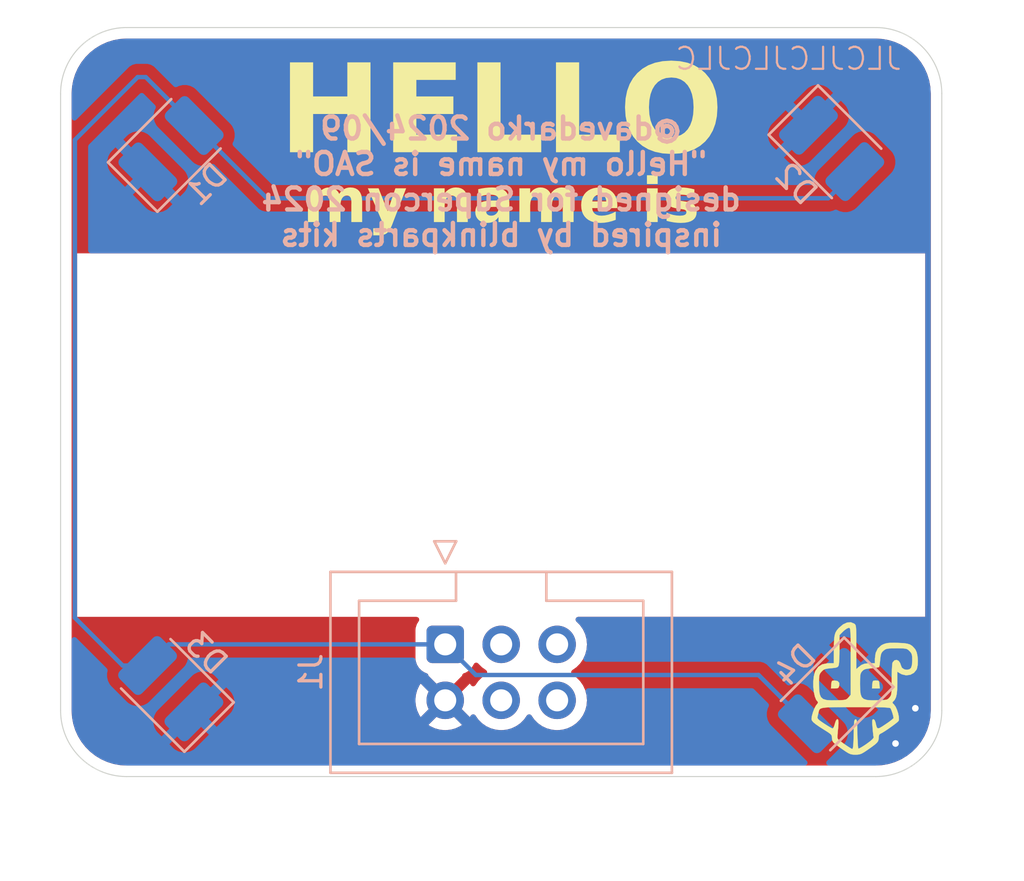
<source format=kicad_pcb>
(kicad_pcb (version 20240108) (generator "pcbnew") (generator_version "8.0")
  (layers (0 "F.Cu" signal) (31 "B.Cu" signal) (34 "B.Paste" user) (35 "F.Paste" user) (36 "B.SilkS" user "B.Silkscreen") (37 "F.SilkS" user "F.Silkscreen") (38 "B.Mask" user) (39 "F.Mask" user) (44 "Edge.Cuts" user))
  (net 0 "")
  (net 5 "VCC")
  (net 6 "GND")
  (footprint "davedarko:davedarko_logo_silk_outline" (layer "F.Cu") (at 36.5 30)
    (property "Reference" "Ref**" (hide yes))
    (property "Value" "Val**" (hide yes))
    (fp_poly (pts (xy 0.601261 -0.354649) (xy 0.646236 -0.323337) (xy 0.664104 -0.242256) (xy 0.669184 -0.179917) (xy 0.682201 0) (xy 0.333798 0) (xy 0.346816 -0.179917) (xy 0.359246 -0.292707) (xy 0.388785 -0.344569) (xy 0.456612 -0.359142) (xy 0.508 -0.359833) (xy 0.601261 -0.354649)) (stroke (width 0.01)) (fill solid) (layer "F.SilkS"))
    (fp_poly (pts (xy -1.225178 -0.332348) (xy -1.156659 -0.252074) (xy -1.156377 -0.122284) (xy -1.15874 -0.112386) (xy -1.188279 -0.039258) (xy -1.246032 -0.007096) (xy -1.357907 0) (xy -1.528868 0) (xy -1.515851 -0.179917) (xy -1.5033 -0.292747) (xy -1.473815 -0.344621) (xy -1.40683 -0.359168) (xy -1.359281 -0.359833) (xy -1.225178 -0.332348)) (stroke (width 0.01)) (fill solid) (layer "F.SilkS"))
    (fp_poly (pts (xy -0.475086 -2.939766) (xy -0.445363 -2.916631) (xy -0.422667 -2.88707) (xy -0.406052 -2.840351) (xy -0.394569 -2.765739) (xy -0.387271 -2.652501) (xy -0.38321 -2.489903) (xy -0.381439 -2.267211) (xy -0.381009 -1.973692) (xy -0.381 -1.874054) (xy -0.381 -0.874242) (xy -0.28575 -0.960997) (xy -0.145494 -1.067104) (xy 0.001808 -1.123629) (xy 0.190337 -1.142633) (xy 0.23005 -1.143) (xy 0.465667 -1.143) (xy 0.465667 -1.356353) (xy 0.498547 -1.609061) (xy 0.595652 -1.810391) (xy 0.754683 -1.956317) (xy 0.831739 -1.996788) (xy 0.931201 -2.034914) (xy 1.035305 -2.058471) (xy 1.165749 -2.069737) (xy 1.344234 -2.070991) (xy 1.503448 -2.067306) (xy 1.746902 -2.055877) (xy 1.924691 -2.03342) (xy 2.055732 -1.992724) (xy 2.158939 -1.926575) (xy 2.253228 -1.827761) (xy 2.304367 -1.761943) (xy 2.361332 -1.636446) (xy 2.398118 -1.457813) (xy 2.413149 -1.255507) (xy 2.404846 -1.05899) (xy 2.371634 -0.897724) (xy 2.352992 -0.853419) (xy 2.234215 -0.708194) (xy 2.070257 -0.620883) (xy 1.882064 -0.596524) (xy 1.690582 -0.64016) (xy 1.61925 -0.67687) (xy 1.481667 -0.760756) (xy 1.481667 -0.252018) (xy 1.475347 0.035964) (xy 1.454557 0.25275) (xy 1.416544 0.410994) (xy 1.358558 0.523353) (xy 1.29959 0.585718) (xy 1.259512 0.630769) (xy 1.274614 0.676049) (xy 1.333557 0.733885) (xy 1.402547 0.82818) (xy 1.46647 0.969736) (xy 1.518061 1.132461) (xy 1.550055 1.290265) (xy 1.555188 1.417058) (xy 1.539303 1.47277) (xy 1.485455 1.526718) (xy 1.378891 1.612487) (xy 1.238537 1.716776) (xy 1.083319 1.826284) (xy 0.932161 1.927709) (xy 0.80399 2.007751) (xy 0.717731 2.053109) (xy 0.709083 2.056259) (xy 0.654904 2.104812) (xy 0.635364 2.214256) (xy 0.635 2.23914) (xy 0.629878 2.321185) (xy 0.607386 2.391534) (xy 0.556833 2.461829) (xy 0.467528 2.543715) (xy 0.328781 2.648834) (xy 0.130944 2.788106) (xy -0.026076 2.893794) (xy -0.140584 2.958454) (xy -0.2377 2.991994) (xy -0.342543 3.004325) (xy -0.420514 3.005667) (xy -0.538351 3.001763) (xy -0.634427 2.983701) (xy -0.732197 2.941956) (xy -0.855121 2.867001) (xy -0.991631 2.773732) (xy -1.185839 2.637081) (xy -1.320675 2.536109) (xy -1.406996 2.459206) (xy -1.455661 2.394761) (xy -1.477526 2.331165) (xy -1.483451 2.256809) (xy -1.483593 2.247689) (xy -1.488945 2.173968) (xy -1.51198 2.115441) (xy -1.566433 2.057582) (xy -1.666041 1.985864) (xy -1.824539 1.885761) (xy -1.827654 1.883833) (xy -2.060021 1.736221) (xy -2.226072 1.620616) (xy -2.334469 1.5297) (xy -2.393874 1.456151) (xy -2.412949 1.39265) (xy -2.413 1.389169) (xy -2.405966 1.335566) (xy -2.144521 1.335566) (xy -2.117813 1.387107) (xy -2.049135 1.450543) (xy -1.926429 1.538244) (xy -1.831941 1.601046) (xy -1.681921 1.696492) (xy -1.556096 1.770927) (xy -1.4726 1.813895) (xy -1.451685 1.820333) (xy -1.41651 1.782866) (xy -1.376731 1.686913) (xy -1.354667 1.608667) (xy -1.311542 1.475189) (xy -1.264092 1.404383) (xy -1.244611 1.397) (xy -1.210653 1.414362) (xy -1.192425 1.473715) (xy -1.189477 1.585957) (xy -1.201361 1.761989) (xy -1.221498 1.958334) (xy -1.234037 2.10886) (xy -1.236163 2.226849) (xy -1.227605 2.2861) (xy -1.178122 2.334936) (xy -1.079667 2.412924) (xy -0.952385 2.506022) (xy -0.816421 2.600189) (xy -0.691919 2.681384) (xy -0.599027 2.735565) (xy -0.561992 2.750036) (xy -0.540569 2.726224) (xy -0.524146 2.647911) (xy -0.511956 2.507063) (xy -0.503232 2.295647) (xy -0.498492 2.085453) (xy -0.49307 1.831217) (xy -0.48614 1.649514) (xy -0.476238 1.528207) (xy -0.461903 1.455162) (xy -0.441672 1.418245) (xy -0.416594 1.405756) (xy -0.389608 1.408584) (xy -0.369856 1.436875) (xy -0.355782 1.50241) (xy -0.345832 1.616973) (xy -0.33845 1.792347) (xy -0.332083 2.040316) (xy -0.331928 2.047352) (xy -0.325152 2.274872) (xy -0.315944 2.471932) (xy -0.30528 2.623256) (xy -0.294137 2.713567) (xy -0.288179 2.731676) (xy -0.243534 2.721293) (xy -0.146824 2.669815) (xy -0.014115 2.586409) (xy 0.083813 2.519435) (xy 0.257136 2.391098) (xy 0.362403 2.297245) (xy 0.405887 2.231816) (xy 0.406428 2.207891) (xy 0.394147 2.13537) (xy 0.378745 2.002596) (xy 0.362912 1.833783) (xy 0.357513 1.767417) (xy 0.345433 1.58765) (xy 0.344371 1.476514) (xy 0.355845 1.418503) (xy 0.381374 1.398116) (xy 0.393796 1.397) (xy 0.449939 1.435782) (xy 0.488863 1.534583) (xy 0.522895 1.686404) (xy 0.555523 1.778881) (xy 0.601591 1.814887) (xy 0.675947 1.797301) (xy 0.793434 1.728997) (xy 0.951748 1.624256) (xy 1.102351 1.520201) (xy 1.222093 1.430181) (xy 1.29596 1.36592) (xy 1.312333 1.34264) (xy 1.298528 1.258552) (xy 1.264773 1.13525) (xy 1.222557 1.0092) (xy 1.18337 0.916868) (xy 1.172738 0.899583) (xy 1.141991 0.884948) (xy 1.069748 0.87305) (xy 0.949448 0.863669) (xy 0.774531 0.856583) (xy 0.538439 0.851571) (xy 0.234611 0.848414) (xy -0.143512 0.846889) (xy -0.399259 0.846667) (xy -0.814844 0.846822) (xy -1.153849 0.847995) (xy -1.42436 0.851249) (xy -1.634463 0.857647) (xy -1.792245 0.868252) (xy -1.905792 0.884125) (xy -1.98319 0.906329) (xy -2.032526 0.935927) (xy -2.061886 0.973982) (xy -2.079356 1.021556) (xy -2.090594 1.068917) (xy -2.120049 1.196027) (xy -2.141312 1.283546) (xy -2.144521 1.335566) (xy -2.405966 1.335566) (xy -2.394963 1.251718) (xy -2.348485 1.08382) (xy -2.285019 0.917354) (xy -2.216018 0.784198) (xy -2.177876 0.734694) (xy -2.118782 0.656718) (xy -2.122806 0.610069) (xy -2.123808 0.60942) (xy -2.201355 0.518219) (xy -2.262455 0.362718) (xy -2.305635 0.161946) (xy -2.329422 -0.065066) (xy -2.331277 -0.213755) (xy -2.074333 -0.213755) (xy -2.068176 0.058577) (xy -2.042294 0.257951) (xy -1.985573 0.395159) (xy -1.886897 0.480993) (xy -1.735152 0.526243) (xy -1.519223 0.541702) (xy -1.297999 0.539995) (xy -1.094849 0.534202) (xy -0.958032 0.525441) (xy -0.869224 0.509479) (xy -0.810101 0.482083) (xy -0.762339 0.439017) (xy -0.737082 0.410389) (xy -0.635 0.291612) (xy -0.635 -0.197559) (xy -0.211667 -0.197559) (xy -0.206612 0.06789) (xy -0.18395 0.262121) (xy -0.132434 0.395802) (xy -0.040818 0.479603) (xy 0.102146 0.524193) (xy 0.307704 0.540242) (xy 0.564668 0.538908) (xy 0.767767 0.533612) (xy 0.904525 0.525216) (xy 0.99326 0.509524) (xy 1.052289 0.482338) (xy 1.099932 0.439461) (xy 1.125585 0.410389) (xy 1.163319 0.363082) (xy 1.190387 0.313309) (xy 1.208559 0.246899) (xy 1.219604 0.149682) (xy 1.225289 0.007489) (xy 1.227385 -0.193851) (xy 1.227667 -0.407311) (xy 1.23008 -0.647067) (xy 1.236751 -0.861021) (xy 1.246827 -1.033105) (xy 1.259457 -1.147253) (xy 1.268824 -1.183136) (xy 1.352004 -1.274289) (xy 1.450582 -1.294174) (xy 1.544748 -1.248519) (xy 1.614689 -1.143055) (xy 1.632938 -1.077839) (xy 1.689821 -0.938) (xy 1.799227 -0.863118) (xy 1.92036 -0.846667) (xy 2.032978 -0.866917) (xy 2.106152 -0.935105) (xy 2.146078 -1.062384) (xy 2.158952 -1.25991) (xy 2.159 -1.27628) (xy 2.155761 -1.437695) (xy 2.140649 -1.542021) (xy 2.105569 -1.616753) (xy 2.042426 -1.689383) (xy 2.035256 -1.69659) (xy 1.977954 -1.750721) (xy 1.923077 -1.786195) (xy 1.851856 -1.806953) (xy 1.745522 -1.816936) (xy 1.585302 -1.820085) (xy 1.445838 -1.820333) (xy 1.238453 -1.818985) (xy 1.096621 -1.812685) (xy 1.001243 -1.798054) (xy 0.933218 -1.771712) (xy 0.873447 -1.730278) (xy 0.85613 -1.715967) (xy 0.788764 -1.649636) (xy 0.747092 -1.573838) (xy 0.721479 -1.462782) (xy 0.703925 -1.308479) (xy 0.687584 -1.155263) (xy 0.671017 -1.03651) (xy 0.657614 -0.976236) (xy 0.656791 -0.974677) (xy 0.608474 -0.956957) (xy 0.497492 -0.937612) (xy 0.345686 -0.920257) (xy 0.308331 -0.917012) (xy 0.133097 -0.898997) (xy 0.019143 -0.874973) (xy -0.056905 -0.837471) (xy -0.116417 -0.78132) (xy -0.158331 -0.726225) (xy -0.185822 -0.663139) (xy -0.201877 -0.573756) (xy -0.209484 -0.439768) (xy -0.21163 -0.242867) (xy -0.211667 -0.197559) (xy -0.635 -0.197559) (xy -0.635 -1.230027) (xy -0.63508 -1.628653) (xy -0.635641 -1.950765) (xy -0.637162 -2.204518) (xy -0.640125 -2.398064) (xy -0.645009 -2.539556) (xy -0.652295 -2.637149) (xy -0.662464 -2.698995) (xy -0.675995 -2.733249) (xy -0.693369 -2.748062) (xy -0.715066 -2.75159) (xy -0.724647 -2.751667) (xy -0.803767 -2.722989) (xy -0.909835 -2.649438) (xy -0.978647 -2.587314) (xy -1.143 -2.422961) (xy -1.143 -1.785736) (xy -1.145519 -1.553938) (xy -1.152448 -1.34547) (xy -1.162848 -1.178227) (xy -1.175778 -1.070104) (xy -1.18184 -1.046356) (xy -1.210781 -0.992473) (xy -1.260699 -0.958527) (xy -1.351889 -0.937087) (xy -1.504644 -0.920725) (xy -1.53109 -0.9185) (xy -1.698488 -0.901042) (xy -1.80741 -0.876327) (xy -1.884014 -0.834841) (xy -1.95446 -0.767066) (xy -1.957917 -0.763232) (xy -2.011388 -0.698625) (xy -2.045366 -0.634946) (xy -2.06425 -0.55144) (xy -2.072436 -0.427352) (xy -2.074322 -0.241926) (xy -2.074333 -0.213755) (xy -2.331277 -0.213755) (xy -2.332345 -0.299287) (xy -2.312929 -0.521687) (xy -2.269704 -0.713236) (xy -2.233083 -0.802815) (xy -2.102551 -0.981326) (xy -1.92551 -1.09279) (xy -1.69589 -1.140573) (xy -1.619911 -1.143) (xy -1.397 -1.143) (xy -1.397 -1.754078) (xy -1.39451 -2.033696) (xy -1.384655 -2.244499) (xy -1.363856 -2.402255) (xy -1.328534 -2.52273) (xy -1.275111 -2.621692) (xy -1.200007 -2.714908) (xy -1.172154 -2.744695) (xy -0.982941 -2.905032) (xy -0.796668 -2.991133) (xy -0.621151 -3.000809) (xy -0.475086 -2.939766)) (stroke (width 0.01)) (fill solid) (layer "F.SilkS"))
  )
  (footprint "LED_SMD:LED_1210_3225Metric_Pad1.42x2.65mm_HandSolder" (layer "B.Cu") (at 5.0125 5.5 45)
    (property "Reference" "D1" (at 0 2.279999 45) (layer "B.SilkS") (effects (justify mirror)))
    (property "Value" "LED")
    (fp_line (start -2.46 -1.585) (end -2.46 1.585) (stroke (width 0.12)) (layer "B.SilkS"))
    (fp_line (start -2.46 1.585) (end 1.6 1.585) (stroke (width 0.12)) (layer "B.SilkS"))
    (fp_line (start 1.6 -1.585) (end -2.46 -1.585) (stroke (width 0.12)) (layer "B.SilkS"))
    (pad "1" smd roundrect (at -1.4875 0 45) (size 1.425 2.65) (layers "B.Cu" "B.Paste" "B.Mask") (roundrect_rratio 0.175439) (net 6 "GND"))
    (pad "2" smd roundrect (at 1.4875 0 45) (size 1.425 2.65) (layers "B.Cu" "B.Paste" "B.Mask") (roundrect_rratio 0.175439) (net 5 "VCC"))
  )
  (footprint "LED_SMD:LED_1210_3225Metric_Pad1.42x2.65mm_HandSolder" (layer "B.Cu") (at 35 5.4875 -45)
    (property "Reference" "D2" (at 0 2.279999 135) (layer "B.SilkS") (effects (justify mirror)))
    (property "Value" "LED")
    (fp_line (start -2.46 1.585) (end 1.6 1.585) (stroke (width 0.12)) (layer "B.SilkS"))
    (fp_line (start -2.46 -1.585) (end -2.46 1.585) (stroke (width 0.12)) (layer "B.SilkS"))
    (fp_line (start 1.6 -1.585) (end -2.46 -1.585) (stroke (width 0.12)) (layer "B.SilkS"))
    (pad "1" smd roundrect (at -1.4875 0 315) (size 1.425 2.65) (layers "B.Cu" "B.Paste" "B.Mask") (roundrect_rratio 0.175439) (net 6 "GND"))
    (pad "2" smd roundrect (at 1.4875 0 315) (size 1.425 2.65) (layers "B.Cu" "B.Paste" "B.Mask") (roundrect_rratio 0.175439) (net 5 "VCC"))
  )
  (footprint "LED_SMD:LED_1210_3225Metric_Pad1.42x2.65mm_HandSolder" (layer "B.Cu") (at 5 30.0125 135)
    (property "Reference" "D3" (at 0 2.279999 135) (layer "B.SilkS") (effects (justify mirror)))
    (property "Value" "LED")
    (fp_line (start 1.6 -1.585) (end -2.46 -1.585) (stroke (width 0.12)) (layer "B.SilkS"))
    (fp_line (start -2.46 -1.585) (end -2.46 1.585) (stroke (width 0.12)) (layer "B.SilkS"))
    (fp_line (start -2.46 1.585) (end 1.6 1.585) (stroke (width 0.12)) (layer "B.SilkS"))
    (pad "1" smd roundrect (at -1.4875 0 135) (size 1.425 2.65) (layers "B.Cu" "B.Paste" "B.Mask") (roundrect_rratio 0.175439) (net 6 "GND"))
    (pad "2" smd roundrect (at 1.4875 0 135) (size 1.425 2.65) (layers "B.Cu" "B.Paste" "B.Mask") (roundrect_rratio 0.175439) (net 5 "VCC"))
  )
  (footprint "LED_SMD:LED_1210_3225Metric_Pad1.42x2.65mm_HandSolder" (layer "B.Cu") (at 34.948179 30.551821 -135)
    (property "Reference" "D4" (at 0 2.279999 45) (layer "B.SilkS") (effects (justify mirror)))
    (property "Value" "LED")
    (fp_line (start 1.6 -1.585) (end -2.46 -1.585) (stroke (width 0.12)) (layer "B.SilkS"))
    (fp_line (start -2.46 1.585) (end 1.6 1.585) (stroke (width 0.12)) (layer "B.SilkS"))
    (fp_line (start -2.46 -1.585) (end -2.46 1.585) (stroke (width 0.12)) (layer "B.SilkS"))
    (pad "1" smd roundrect (at -1.4875 0 225) (size 1.425 2.65) (layers "B.Cu" "B.Paste" "B.Mask") (roundrect_rratio 0.175439) (net 6 "GND"))
    (pad "2" smd roundrect (at 1.4875 0 225) (size 1.425 2.65) (layers "B.Cu" "B.Paste" "B.Mask") (roundrect_rratio 0.175439) (net 5 "VCC"))
  )
  (footprint "Connector_IDC:IDC-Header_2x03_P2.54mm_Vertical" (layer "B.Cu") (at 17.46 28 -90)
    (property "Reference" "J1" (at 1.27 6.1 90) (layer "B.SilkS") (effects (justify mirror)))
    (property "Value" "Conn_02x03_Odd_Even")
    (fp_line (start -3.29 5.21) (end -3.29 -10.29) (stroke (width 0.12)) (layer "B.SilkS"))
    (fp_line (start 5.83 5.21) (end -3.29 5.21) (stroke (width 0.12)) (layer "B.SilkS"))
    (fp_line (start -1.98 3.91) (end -1.98 -0.49) (stroke (width 0.12)) (layer "B.SilkS"))
    (fp_line (start 4.52 3.91) (end -1.98 3.91) (stroke (width 0.12)) (layer "B.SilkS"))
    (fp_line (start -4.68 0.5) (end -3.68 0) (stroke (width 0.12)) (layer "B.SilkS"))
    (fp_line (start -3.68 0) (end -4.68 -0.5) (stroke (width 0.12)) (layer "B.SilkS"))
    (fp_line (start -1.98 -0.49) (end -3.29 -0.49) (stroke (width 0.12)) (layer "B.SilkS"))
    (fp_line (start -4.68 -0.5) (end -4.68 0.5) (stroke (width 0.12)) (layer "B.SilkS"))
    (fp_line (start -3.29 -4.59) (end -1.98 -4.59) (stroke (width 0.12)) (layer "B.SilkS"))
    (fp_line (start -1.98 -4.59) (end -1.98 -4.59) (stroke (width 0.12)) (layer "B.SilkS"))
    (fp_line (start -1.98 -4.59) (end -1.98 -8.99) (stroke (width 0.12)) (layer "B.SilkS"))
    (fp_line (start -1.98 -8.99) (end 4.52 -8.99) (stroke (width 0.12)) (layer "B.SilkS"))
    (fp_line (start 4.52 -8.99) (end 4.52 3.91) (stroke (width 0.12)) (layer "B.SilkS"))
    (fp_line (start -3.29 -10.29) (end 5.83 -10.29) (stroke (width 0.12)) (layer "B.SilkS"))
    (fp_line (start 5.83 -10.29) (end 5.83 5.21) (stroke (width 0.12)) (layer "B.SilkS"))
    (pad "1" thru_hole roundrect (at 0 0 270) (size 1.7 1.7) (drill 1) (layers "*.Cu" "*.Mask") (roundrect_rratio 0.147059) (net 5 "VCC"))
    (pad "2" thru_hole circle (at 2.54 0 270) (size 1.7 1.7) (drill 1) (layers "*.Cu" "*.Mask") (net 6 "GND"))
    (pad "3" thru_hole circle (at 0 -2.54 270) (size 1.7 1.7) (drill 1) (layers "*.Cu" "*.Mask"))
    (pad "4" thru_hole circle (at 2.54 -2.54 270) (size 1.7 1.7) (drill 1) (layers "*.Cu" "*.Mask"))
    (pad "5" thru_hole circle (at 0 -5.08 270) (size 1.7 1.7) (drill 1) (layers "*.Cu" "*.Mask"))
    (pad "6" thru_hole circle (at 2.54 -5.08 270) (size 1.7 1.7) (drill 1) (layers "*.Cu" "*.Mask"))
  )
  (gr_line (start 0 31) (end 0 3) (stroke (width 0.05)) (layer "Edge.Cuts"))
  (gr_arc (start 40 31) (mid 39.12132 33.12132) (end 37 34) (stroke (width 0.05)) (layer "Edge.Cuts"))
  (gr_arc (start 0 3) (mid 0.87868 0.87868) (end 3 0) (stroke (width 0.05)) (layer "Edge.Cuts"))
  (gr_line (start 3 0) (end 37 0) (stroke (width 0.05)) (layer "Edge.Cuts"))
  (gr_arc (start 37 0) (mid 39.12132 0.87868) (end 40 3) (stroke (width 0.05)) (layer "Edge.Cuts"))
  (gr_line (start 40 3) (end 40 31) (stroke (width 0.05)) (layer "Edge.Cuts"))
  (gr_arc (start 3 34) (mid 0.87868 33.12132) (end 0 31) (stroke (width 0.05)) (layer "Edge.Cuts"))
  (gr_line (start 37 34) (end 3 34) (stroke (width 0.05)) (layer "Edge.Cuts"))
  (gr_text "JLCJLCJLCJLC" (at 38.25 2 0) (layer "B.SilkS") (effects (font (size 1 1) (thickness 0.1)) (justify left bottom mirror)))
  (gr_text "@davedarko 2024/09\n{dblquote}Hello my name is SAO{dblquote}\ndesigned for Supercon 2024\ninspired by blinkparts kits" (at 20 10 0) (layer "B.SilkS") (effects (font (size 1 1) (thickness 0.2)) (justify bottom mirror)))
  (gr_text "my name is" (at 20 8 0) (layer "F.SilkS") (effects (font (size 2 2) (thickness 0.5) (bold yes))))
  (gr_text "HELLO" (at 20 4 0) (layer "F.SilkS") (effects (font (size 4 4) (thickness 1) (bold yes))))
  (segment (start 36.051821 6.539321) (end 34.841142 7.75) (width 0.2) (layer "B.Cu") (net 5))
  (segment (start 0.65 5.1) (end 3.5 2.25) (width 0.2) (layer "B.Cu") (net 5))
  (segment (start 3.948179 28.960679) (end 2.819257 28.960679) (width 0.2) (layer "B.Cu") (net 5))
  (segment (start 9.366142 7.75) (end 6.064321 4.448179) (width 0.2) (layer "B.Cu") (net 5))
  (segment (start 18.85 29.39) (end 17.46 28) (width 0.2) (layer "B.Cu") (net 5))
  (segment (start 4.908858 28) (end 3.948179 28.960679) (width 0.2) (layer "B.Cu") (net 5))
  (segment (start 2.819257 28.960679) (end 0.65 26.791422) (width 0.2) (layer "B.Cu") (net 5))
  (segment (start 0.65 26.791422) (end 0.65 5.1) (width 0.2) (layer "B.Cu") (net 5))
  (segment (start 31.682716 29.39) (end 18.85 29.39) (width 0.2) (layer "B.Cu") (net 5))
  (segment (start 17.46 28) (end 4.908858 28) (width 0.2) (layer "B.Cu") (net 5))
  (segment (start 3.5 2.25) (end 3.866142 2.25) (width 0.2) (layer "B.Cu") (net 5))
  (segment (start 33.896358 31.603642) (end 31.682716 29.39) (width 0.2) (layer "B.Cu") (net 5))
  (segment (start 3.866142 2.25) (end 6.064321 4.448179) (width 0.2) (layer "B.Cu") (net 5))
  (segment (start 34.841142 7.75) (end 9.366142 7.75) (width 0.2) (layer "B.Cu") (net 5))
  (via (at 38.8 30.9) (size 0.6) (drill 0.3) (layers "F.Cu" "B.Cu") (net 6))
  (via (at 37.9 32.5) (size 0.6) (drill 0.3) (layers "F.Cu" "B.Cu") (net 6))
  (zone (net 6) (net_name "GND") (layers "F&B.Cu") (connect_pads (clearance 0.5)) (min_thickness 0.25) (fill yes (thermal_gap 0.5) (thermal_bridge_width 0.5))
    (polygon (pts (xy -2.75 -1.25) (xy 43.75 -1.25) (xy 43.75 38.75) (xy -2.75 38.75)))
  )
  (zone (net 0) (net_name "") (layers "F&B.Cu") (connect_pads (clearance 0)) (min_thickness 0.25)
    (keepout (tracks not_allowed) (vias not_allowed) (pads not_allowed) (copperpour not_allowed) (footprints allowed))
    (fill (thermal_gap 0.5) (thermal_bridge_width 0.5))
    (polygon (pts (xy 0.75 10.25) (xy 39.25 10.25) (xy 39.25 26.75) (xy 0.75 26.75)))
  )
)
</source>
